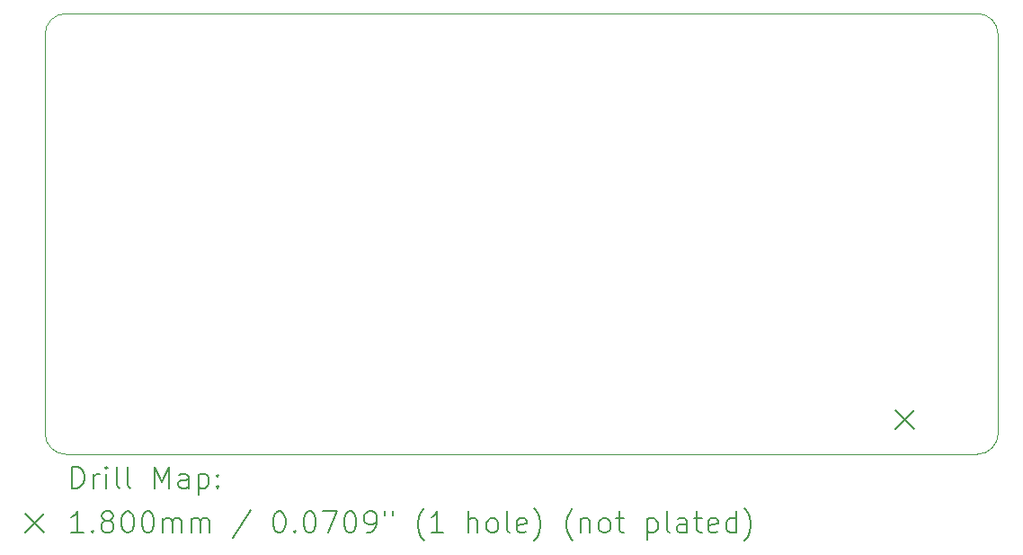
<source format=gbr>
%TF.GenerationSoftware,KiCad,Pcbnew,8.0.1*%
%TF.CreationDate,2024-04-26T21:13:32+08:00*%
%TF.ProjectId,bat_rf,6261745f-7266-42e6-9b69-6361645f7063,rev?*%
%TF.SameCoordinates,Original*%
%TF.FileFunction,Drillmap*%
%TF.FilePolarity,Positive*%
%FSLAX45Y45*%
G04 Gerber Fmt 4.5, Leading zero omitted, Abs format (unit mm)*
G04 Created by KiCad (PCBNEW 8.0.1) date 2024-04-26 21:13:32*
%MOMM*%
%LPD*%
G01*
G04 APERTURE LIST*
%ADD10C,0.100000*%
%ADD11C,0.200000*%
%ADD12C,0.180000*%
G04 APERTURE END LIST*
D10*
X15230084Y-6867500D02*
G75*
G02*
X15430090Y-7067500I-4J-200010D01*
G01*
X15142000Y-11017500D02*
X6652000Y-11017500D01*
X15430084Y-7067500D02*
X15430084Y-10817500D01*
X15230084Y-11017500D02*
X15142000Y-11017500D01*
X6452000Y-10817500D02*
X6452000Y-7067500D01*
X6452000Y-7067500D02*
G75*
G02*
X6652000Y-6867500I200000J0D01*
G01*
X6652000Y-6867500D02*
X15142000Y-6867500D01*
X15142000Y-6867500D02*
X15230084Y-6867500D01*
X6652000Y-11017500D02*
G75*
G02*
X6452000Y-10817500I0J200000D01*
G01*
X15430084Y-10817500D02*
G75*
G02*
X15230084Y-11017494I-199994J0D01*
G01*
D11*
D12*
X14460000Y-10600000D02*
X14640000Y-10780000D01*
X14640000Y-10600000D02*
X14460000Y-10780000D01*
D11*
X6707777Y-11333984D02*
X6707777Y-11133984D01*
X6707777Y-11133984D02*
X6755396Y-11133984D01*
X6755396Y-11133984D02*
X6783967Y-11143508D01*
X6783967Y-11143508D02*
X6803015Y-11162555D01*
X6803015Y-11162555D02*
X6812538Y-11181603D01*
X6812538Y-11181603D02*
X6822062Y-11219698D01*
X6822062Y-11219698D02*
X6822062Y-11248269D01*
X6822062Y-11248269D02*
X6812538Y-11286365D01*
X6812538Y-11286365D02*
X6803015Y-11305412D01*
X6803015Y-11305412D02*
X6783967Y-11324460D01*
X6783967Y-11324460D02*
X6755396Y-11333984D01*
X6755396Y-11333984D02*
X6707777Y-11333984D01*
X6907777Y-11333984D02*
X6907777Y-11200650D01*
X6907777Y-11238746D02*
X6917300Y-11219698D01*
X6917300Y-11219698D02*
X6926824Y-11210174D01*
X6926824Y-11210174D02*
X6945872Y-11200650D01*
X6945872Y-11200650D02*
X6964919Y-11200650D01*
X7031586Y-11333984D02*
X7031586Y-11200650D01*
X7031586Y-11133984D02*
X7022062Y-11143508D01*
X7022062Y-11143508D02*
X7031586Y-11153031D01*
X7031586Y-11153031D02*
X7041110Y-11143508D01*
X7041110Y-11143508D02*
X7031586Y-11133984D01*
X7031586Y-11133984D02*
X7031586Y-11153031D01*
X7155396Y-11333984D02*
X7136348Y-11324460D01*
X7136348Y-11324460D02*
X7126824Y-11305412D01*
X7126824Y-11305412D02*
X7126824Y-11133984D01*
X7260157Y-11333984D02*
X7241110Y-11324460D01*
X7241110Y-11324460D02*
X7231586Y-11305412D01*
X7231586Y-11305412D02*
X7231586Y-11133984D01*
X7488729Y-11333984D02*
X7488729Y-11133984D01*
X7488729Y-11133984D02*
X7555396Y-11276841D01*
X7555396Y-11276841D02*
X7622062Y-11133984D01*
X7622062Y-11133984D02*
X7622062Y-11333984D01*
X7803015Y-11333984D02*
X7803015Y-11229222D01*
X7803015Y-11229222D02*
X7793491Y-11210174D01*
X7793491Y-11210174D02*
X7774443Y-11200650D01*
X7774443Y-11200650D02*
X7736348Y-11200650D01*
X7736348Y-11200650D02*
X7717300Y-11210174D01*
X7803015Y-11324460D02*
X7783967Y-11333984D01*
X7783967Y-11333984D02*
X7736348Y-11333984D01*
X7736348Y-11333984D02*
X7717300Y-11324460D01*
X7717300Y-11324460D02*
X7707777Y-11305412D01*
X7707777Y-11305412D02*
X7707777Y-11286365D01*
X7707777Y-11286365D02*
X7717300Y-11267317D01*
X7717300Y-11267317D02*
X7736348Y-11257793D01*
X7736348Y-11257793D02*
X7783967Y-11257793D01*
X7783967Y-11257793D02*
X7803015Y-11248269D01*
X7898253Y-11200650D02*
X7898253Y-11400650D01*
X7898253Y-11210174D02*
X7917300Y-11200650D01*
X7917300Y-11200650D02*
X7955396Y-11200650D01*
X7955396Y-11200650D02*
X7974443Y-11210174D01*
X7974443Y-11210174D02*
X7983967Y-11219698D01*
X7983967Y-11219698D02*
X7993491Y-11238746D01*
X7993491Y-11238746D02*
X7993491Y-11295888D01*
X7993491Y-11295888D02*
X7983967Y-11314936D01*
X7983967Y-11314936D02*
X7974443Y-11324460D01*
X7974443Y-11324460D02*
X7955396Y-11333984D01*
X7955396Y-11333984D02*
X7917300Y-11333984D01*
X7917300Y-11333984D02*
X7898253Y-11324460D01*
X8079205Y-11314936D02*
X8088729Y-11324460D01*
X8088729Y-11324460D02*
X8079205Y-11333984D01*
X8079205Y-11333984D02*
X8069681Y-11324460D01*
X8069681Y-11324460D02*
X8079205Y-11314936D01*
X8079205Y-11314936D02*
X8079205Y-11333984D01*
X8079205Y-11210174D02*
X8088729Y-11219698D01*
X8088729Y-11219698D02*
X8079205Y-11229222D01*
X8079205Y-11229222D02*
X8069681Y-11219698D01*
X8069681Y-11219698D02*
X8079205Y-11210174D01*
X8079205Y-11210174D02*
X8079205Y-11229222D01*
D12*
X6267000Y-11572500D02*
X6447000Y-11752500D01*
X6447000Y-11572500D02*
X6267000Y-11752500D01*
D11*
X6812538Y-11753984D02*
X6698253Y-11753984D01*
X6755396Y-11753984D02*
X6755396Y-11553984D01*
X6755396Y-11553984D02*
X6736348Y-11582555D01*
X6736348Y-11582555D02*
X6717300Y-11601603D01*
X6717300Y-11601603D02*
X6698253Y-11611127D01*
X6898253Y-11734936D02*
X6907777Y-11744460D01*
X6907777Y-11744460D02*
X6898253Y-11753984D01*
X6898253Y-11753984D02*
X6888729Y-11744460D01*
X6888729Y-11744460D02*
X6898253Y-11734936D01*
X6898253Y-11734936D02*
X6898253Y-11753984D01*
X7022062Y-11639698D02*
X7003015Y-11630174D01*
X7003015Y-11630174D02*
X6993491Y-11620650D01*
X6993491Y-11620650D02*
X6983967Y-11601603D01*
X6983967Y-11601603D02*
X6983967Y-11592079D01*
X6983967Y-11592079D02*
X6993491Y-11573031D01*
X6993491Y-11573031D02*
X7003015Y-11563508D01*
X7003015Y-11563508D02*
X7022062Y-11553984D01*
X7022062Y-11553984D02*
X7060158Y-11553984D01*
X7060158Y-11553984D02*
X7079205Y-11563508D01*
X7079205Y-11563508D02*
X7088729Y-11573031D01*
X7088729Y-11573031D02*
X7098253Y-11592079D01*
X7098253Y-11592079D02*
X7098253Y-11601603D01*
X7098253Y-11601603D02*
X7088729Y-11620650D01*
X7088729Y-11620650D02*
X7079205Y-11630174D01*
X7079205Y-11630174D02*
X7060158Y-11639698D01*
X7060158Y-11639698D02*
X7022062Y-11639698D01*
X7022062Y-11639698D02*
X7003015Y-11649222D01*
X7003015Y-11649222D02*
X6993491Y-11658746D01*
X6993491Y-11658746D02*
X6983967Y-11677793D01*
X6983967Y-11677793D02*
X6983967Y-11715888D01*
X6983967Y-11715888D02*
X6993491Y-11734936D01*
X6993491Y-11734936D02*
X7003015Y-11744460D01*
X7003015Y-11744460D02*
X7022062Y-11753984D01*
X7022062Y-11753984D02*
X7060158Y-11753984D01*
X7060158Y-11753984D02*
X7079205Y-11744460D01*
X7079205Y-11744460D02*
X7088729Y-11734936D01*
X7088729Y-11734936D02*
X7098253Y-11715888D01*
X7098253Y-11715888D02*
X7098253Y-11677793D01*
X7098253Y-11677793D02*
X7088729Y-11658746D01*
X7088729Y-11658746D02*
X7079205Y-11649222D01*
X7079205Y-11649222D02*
X7060158Y-11639698D01*
X7222062Y-11553984D02*
X7241110Y-11553984D01*
X7241110Y-11553984D02*
X7260158Y-11563508D01*
X7260158Y-11563508D02*
X7269681Y-11573031D01*
X7269681Y-11573031D02*
X7279205Y-11592079D01*
X7279205Y-11592079D02*
X7288729Y-11630174D01*
X7288729Y-11630174D02*
X7288729Y-11677793D01*
X7288729Y-11677793D02*
X7279205Y-11715888D01*
X7279205Y-11715888D02*
X7269681Y-11734936D01*
X7269681Y-11734936D02*
X7260158Y-11744460D01*
X7260158Y-11744460D02*
X7241110Y-11753984D01*
X7241110Y-11753984D02*
X7222062Y-11753984D01*
X7222062Y-11753984D02*
X7203015Y-11744460D01*
X7203015Y-11744460D02*
X7193491Y-11734936D01*
X7193491Y-11734936D02*
X7183967Y-11715888D01*
X7183967Y-11715888D02*
X7174443Y-11677793D01*
X7174443Y-11677793D02*
X7174443Y-11630174D01*
X7174443Y-11630174D02*
X7183967Y-11592079D01*
X7183967Y-11592079D02*
X7193491Y-11573031D01*
X7193491Y-11573031D02*
X7203015Y-11563508D01*
X7203015Y-11563508D02*
X7222062Y-11553984D01*
X7412538Y-11553984D02*
X7431586Y-11553984D01*
X7431586Y-11553984D02*
X7450634Y-11563508D01*
X7450634Y-11563508D02*
X7460158Y-11573031D01*
X7460158Y-11573031D02*
X7469681Y-11592079D01*
X7469681Y-11592079D02*
X7479205Y-11630174D01*
X7479205Y-11630174D02*
X7479205Y-11677793D01*
X7479205Y-11677793D02*
X7469681Y-11715888D01*
X7469681Y-11715888D02*
X7460158Y-11734936D01*
X7460158Y-11734936D02*
X7450634Y-11744460D01*
X7450634Y-11744460D02*
X7431586Y-11753984D01*
X7431586Y-11753984D02*
X7412538Y-11753984D01*
X7412538Y-11753984D02*
X7393491Y-11744460D01*
X7393491Y-11744460D02*
X7383967Y-11734936D01*
X7383967Y-11734936D02*
X7374443Y-11715888D01*
X7374443Y-11715888D02*
X7364919Y-11677793D01*
X7364919Y-11677793D02*
X7364919Y-11630174D01*
X7364919Y-11630174D02*
X7374443Y-11592079D01*
X7374443Y-11592079D02*
X7383967Y-11573031D01*
X7383967Y-11573031D02*
X7393491Y-11563508D01*
X7393491Y-11563508D02*
X7412538Y-11553984D01*
X7564919Y-11753984D02*
X7564919Y-11620650D01*
X7564919Y-11639698D02*
X7574443Y-11630174D01*
X7574443Y-11630174D02*
X7593491Y-11620650D01*
X7593491Y-11620650D02*
X7622062Y-11620650D01*
X7622062Y-11620650D02*
X7641110Y-11630174D01*
X7641110Y-11630174D02*
X7650634Y-11649222D01*
X7650634Y-11649222D02*
X7650634Y-11753984D01*
X7650634Y-11649222D02*
X7660158Y-11630174D01*
X7660158Y-11630174D02*
X7679205Y-11620650D01*
X7679205Y-11620650D02*
X7707777Y-11620650D01*
X7707777Y-11620650D02*
X7726824Y-11630174D01*
X7726824Y-11630174D02*
X7736348Y-11649222D01*
X7736348Y-11649222D02*
X7736348Y-11753984D01*
X7831586Y-11753984D02*
X7831586Y-11620650D01*
X7831586Y-11639698D02*
X7841110Y-11630174D01*
X7841110Y-11630174D02*
X7860158Y-11620650D01*
X7860158Y-11620650D02*
X7888729Y-11620650D01*
X7888729Y-11620650D02*
X7907777Y-11630174D01*
X7907777Y-11630174D02*
X7917300Y-11649222D01*
X7917300Y-11649222D02*
X7917300Y-11753984D01*
X7917300Y-11649222D02*
X7926824Y-11630174D01*
X7926824Y-11630174D02*
X7945872Y-11620650D01*
X7945872Y-11620650D02*
X7974443Y-11620650D01*
X7974443Y-11620650D02*
X7993491Y-11630174D01*
X7993491Y-11630174D02*
X8003015Y-11649222D01*
X8003015Y-11649222D02*
X8003015Y-11753984D01*
X8393491Y-11544460D02*
X8222062Y-11801603D01*
X8650634Y-11553984D02*
X8669682Y-11553984D01*
X8669682Y-11553984D02*
X8688729Y-11563508D01*
X8688729Y-11563508D02*
X8698253Y-11573031D01*
X8698253Y-11573031D02*
X8707777Y-11592079D01*
X8707777Y-11592079D02*
X8717301Y-11630174D01*
X8717301Y-11630174D02*
X8717301Y-11677793D01*
X8717301Y-11677793D02*
X8707777Y-11715888D01*
X8707777Y-11715888D02*
X8698253Y-11734936D01*
X8698253Y-11734936D02*
X8688729Y-11744460D01*
X8688729Y-11744460D02*
X8669682Y-11753984D01*
X8669682Y-11753984D02*
X8650634Y-11753984D01*
X8650634Y-11753984D02*
X8631586Y-11744460D01*
X8631586Y-11744460D02*
X8622063Y-11734936D01*
X8622063Y-11734936D02*
X8612539Y-11715888D01*
X8612539Y-11715888D02*
X8603015Y-11677793D01*
X8603015Y-11677793D02*
X8603015Y-11630174D01*
X8603015Y-11630174D02*
X8612539Y-11592079D01*
X8612539Y-11592079D02*
X8622063Y-11573031D01*
X8622063Y-11573031D02*
X8631586Y-11563508D01*
X8631586Y-11563508D02*
X8650634Y-11553984D01*
X8803015Y-11734936D02*
X8812539Y-11744460D01*
X8812539Y-11744460D02*
X8803015Y-11753984D01*
X8803015Y-11753984D02*
X8793491Y-11744460D01*
X8793491Y-11744460D02*
X8803015Y-11734936D01*
X8803015Y-11734936D02*
X8803015Y-11753984D01*
X8936348Y-11553984D02*
X8955396Y-11553984D01*
X8955396Y-11553984D02*
X8974444Y-11563508D01*
X8974444Y-11563508D02*
X8983967Y-11573031D01*
X8983967Y-11573031D02*
X8993491Y-11592079D01*
X8993491Y-11592079D02*
X9003015Y-11630174D01*
X9003015Y-11630174D02*
X9003015Y-11677793D01*
X9003015Y-11677793D02*
X8993491Y-11715888D01*
X8993491Y-11715888D02*
X8983967Y-11734936D01*
X8983967Y-11734936D02*
X8974444Y-11744460D01*
X8974444Y-11744460D02*
X8955396Y-11753984D01*
X8955396Y-11753984D02*
X8936348Y-11753984D01*
X8936348Y-11753984D02*
X8917301Y-11744460D01*
X8917301Y-11744460D02*
X8907777Y-11734936D01*
X8907777Y-11734936D02*
X8898253Y-11715888D01*
X8898253Y-11715888D02*
X8888729Y-11677793D01*
X8888729Y-11677793D02*
X8888729Y-11630174D01*
X8888729Y-11630174D02*
X8898253Y-11592079D01*
X8898253Y-11592079D02*
X8907777Y-11573031D01*
X8907777Y-11573031D02*
X8917301Y-11563508D01*
X8917301Y-11563508D02*
X8936348Y-11553984D01*
X9069682Y-11553984D02*
X9203015Y-11553984D01*
X9203015Y-11553984D02*
X9117301Y-11753984D01*
X9317301Y-11553984D02*
X9336348Y-11553984D01*
X9336348Y-11553984D02*
X9355396Y-11563508D01*
X9355396Y-11563508D02*
X9364920Y-11573031D01*
X9364920Y-11573031D02*
X9374444Y-11592079D01*
X9374444Y-11592079D02*
X9383967Y-11630174D01*
X9383967Y-11630174D02*
X9383967Y-11677793D01*
X9383967Y-11677793D02*
X9374444Y-11715888D01*
X9374444Y-11715888D02*
X9364920Y-11734936D01*
X9364920Y-11734936D02*
X9355396Y-11744460D01*
X9355396Y-11744460D02*
X9336348Y-11753984D01*
X9336348Y-11753984D02*
X9317301Y-11753984D01*
X9317301Y-11753984D02*
X9298253Y-11744460D01*
X9298253Y-11744460D02*
X9288729Y-11734936D01*
X9288729Y-11734936D02*
X9279205Y-11715888D01*
X9279205Y-11715888D02*
X9269682Y-11677793D01*
X9269682Y-11677793D02*
X9269682Y-11630174D01*
X9269682Y-11630174D02*
X9279205Y-11592079D01*
X9279205Y-11592079D02*
X9288729Y-11573031D01*
X9288729Y-11573031D02*
X9298253Y-11563508D01*
X9298253Y-11563508D02*
X9317301Y-11553984D01*
X9479205Y-11753984D02*
X9517301Y-11753984D01*
X9517301Y-11753984D02*
X9536348Y-11744460D01*
X9536348Y-11744460D02*
X9545872Y-11734936D01*
X9545872Y-11734936D02*
X9564920Y-11706365D01*
X9564920Y-11706365D02*
X9574444Y-11668269D01*
X9574444Y-11668269D02*
X9574444Y-11592079D01*
X9574444Y-11592079D02*
X9564920Y-11573031D01*
X9564920Y-11573031D02*
X9555396Y-11563508D01*
X9555396Y-11563508D02*
X9536348Y-11553984D01*
X9536348Y-11553984D02*
X9498253Y-11553984D01*
X9498253Y-11553984D02*
X9479205Y-11563508D01*
X9479205Y-11563508D02*
X9469682Y-11573031D01*
X9469682Y-11573031D02*
X9460158Y-11592079D01*
X9460158Y-11592079D02*
X9460158Y-11639698D01*
X9460158Y-11639698D02*
X9469682Y-11658746D01*
X9469682Y-11658746D02*
X9479205Y-11668269D01*
X9479205Y-11668269D02*
X9498253Y-11677793D01*
X9498253Y-11677793D02*
X9536348Y-11677793D01*
X9536348Y-11677793D02*
X9555396Y-11668269D01*
X9555396Y-11668269D02*
X9564920Y-11658746D01*
X9564920Y-11658746D02*
X9574444Y-11639698D01*
X9650634Y-11553984D02*
X9650634Y-11592079D01*
X9726825Y-11553984D02*
X9726825Y-11592079D01*
X10022063Y-11830174D02*
X10012539Y-11820650D01*
X10012539Y-11820650D02*
X9993491Y-11792079D01*
X9993491Y-11792079D02*
X9983967Y-11773031D01*
X9983967Y-11773031D02*
X9974444Y-11744460D01*
X9974444Y-11744460D02*
X9964920Y-11696841D01*
X9964920Y-11696841D02*
X9964920Y-11658746D01*
X9964920Y-11658746D02*
X9974444Y-11611127D01*
X9974444Y-11611127D02*
X9983967Y-11582555D01*
X9983967Y-11582555D02*
X9993491Y-11563508D01*
X9993491Y-11563508D02*
X10012539Y-11534936D01*
X10012539Y-11534936D02*
X10022063Y-11525412D01*
X10203015Y-11753984D02*
X10088729Y-11753984D01*
X10145872Y-11753984D02*
X10145872Y-11553984D01*
X10145872Y-11553984D02*
X10126825Y-11582555D01*
X10126825Y-11582555D02*
X10107777Y-11601603D01*
X10107777Y-11601603D02*
X10088729Y-11611127D01*
X10441110Y-11753984D02*
X10441110Y-11553984D01*
X10526825Y-11753984D02*
X10526825Y-11649222D01*
X10526825Y-11649222D02*
X10517301Y-11630174D01*
X10517301Y-11630174D02*
X10498253Y-11620650D01*
X10498253Y-11620650D02*
X10469682Y-11620650D01*
X10469682Y-11620650D02*
X10450634Y-11630174D01*
X10450634Y-11630174D02*
X10441110Y-11639698D01*
X10650634Y-11753984D02*
X10631587Y-11744460D01*
X10631587Y-11744460D02*
X10622063Y-11734936D01*
X10622063Y-11734936D02*
X10612539Y-11715888D01*
X10612539Y-11715888D02*
X10612539Y-11658746D01*
X10612539Y-11658746D02*
X10622063Y-11639698D01*
X10622063Y-11639698D02*
X10631587Y-11630174D01*
X10631587Y-11630174D02*
X10650634Y-11620650D01*
X10650634Y-11620650D02*
X10679206Y-11620650D01*
X10679206Y-11620650D02*
X10698253Y-11630174D01*
X10698253Y-11630174D02*
X10707777Y-11639698D01*
X10707777Y-11639698D02*
X10717301Y-11658746D01*
X10717301Y-11658746D02*
X10717301Y-11715888D01*
X10717301Y-11715888D02*
X10707777Y-11734936D01*
X10707777Y-11734936D02*
X10698253Y-11744460D01*
X10698253Y-11744460D02*
X10679206Y-11753984D01*
X10679206Y-11753984D02*
X10650634Y-11753984D01*
X10831587Y-11753984D02*
X10812539Y-11744460D01*
X10812539Y-11744460D02*
X10803015Y-11725412D01*
X10803015Y-11725412D02*
X10803015Y-11553984D01*
X10983968Y-11744460D02*
X10964920Y-11753984D01*
X10964920Y-11753984D02*
X10926825Y-11753984D01*
X10926825Y-11753984D02*
X10907777Y-11744460D01*
X10907777Y-11744460D02*
X10898253Y-11725412D01*
X10898253Y-11725412D02*
X10898253Y-11649222D01*
X10898253Y-11649222D02*
X10907777Y-11630174D01*
X10907777Y-11630174D02*
X10926825Y-11620650D01*
X10926825Y-11620650D02*
X10964920Y-11620650D01*
X10964920Y-11620650D02*
X10983968Y-11630174D01*
X10983968Y-11630174D02*
X10993491Y-11649222D01*
X10993491Y-11649222D02*
X10993491Y-11668269D01*
X10993491Y-11668269D02*
X10898253Y-11687317D01*
X11060158Y-11830174D02*
X11069682Y-11820650D01*
X11069682Y-11820650D02*
X11088729Y-11792079D01*
X11088729Y-11792079D02*
X11098253Y-11773031D01*
X11098253Y-11773031D02*
X11107777Y-11744460D01*
X11107777Y-11744460D02*
X11117301Y-11696841D01*
X11117301Y-11696841D02*
X11117301Y-11658746D01*
X11117301Y-11658746D02*
X11107777Y-11611127D01*
X11107777Y-11611127D02*
X11098253Y-11582555D01*
X11098253Y-11582555D02*
X11088729Y-11563508D01*
X11088729Y-11563508D02*
X11069682Y-11534936D01*
X11069682Y-11534936D02*
X11060158Y-11525412D01*
X11422063Y-11830174D02*
X11412539Y-11820650D01*
X11412539Y-11820650D02*
X11393491Y-11792079D01*
X11393491Y-11792079D02*
X11383967Y-11773031D01*
X11383967Y-11773031D02*
X11374444Y-11744460D01*
X11374444Y-11744460D02*
X11364920Y-11696841D01*
X11364920Y-11696841D02*
X11364920Y-11658746D01*
X11364920Y-11658746D02*
X11374444Y-11611127D01*
X11374444Y-11611127D02*
X11383967Y-11582555D01*
X11383967Y-11582555D02*
X11393491Y-11563508D01*
X11393491Y-11563508D02*
X11412539Y-11534936D01*
X11412539Y-11534936D02*
X11422063Y-11525412D01*
X11498253Y-11620650D02*
X11498253Y-11753984D01*
X11498253Y-11639698D02*
X11507777Y-11630174D01*
X11507777Y-11630174D02*
X11526825Y-11620650D01*
X11526825Y-11620650D02*
X11555396Y-11620650D01*
X11555396Y-11620650D02*
X11574444Y-11630174D01*
X11574444Y-11630174D02*
X11583967Y-11649222D01*
X11583967Y-11649222D02*
X11583967Y-11753984D01*
X11707777Y-11753984D02*
X11688729Y-11744460D01*
X11688729Y-11744460D02*
X11679206Y-11734936D01*
X11679206Y-11734936D02*
X11669682Y-11715888D01*
X11669682Y-11715888D02*
X11669682Y-11658746D01*
X11669682Y-11658746D02*
X11679206Y-11639698D01*
X11679206Y-11639698D02*
X11688729Y-11630174D01*
X11688729Y-11630174D02*
X11707777Y-11620650D01*
X11707777Y-11620650D02*
X11736348Y-11620650D01*
X11736348Y-11620650D02*
X11755396Y-11630174D01*
X11755396Y-11630174D02*
X11764920Y-11639698D01*
X11764920Y-11639698D02*
X11774444Y-11658746D01*
X11774444Y-11658746D02*
X11774444Y-11715888D01*
X11774444Y-11715888D02*
X11764920Y-11734936D01*
X11764920Y-11734936D02*
X11755396Y-11744460D01*
X11755396Y-11744460D02*
X11736348Y-11753984D01*
X11736348Y-11753984D02*
X11707777Y-11753984D01*
X11831587Y-11620650D02*
X11907777Y-11620650D01*
X11860158Y-11553984D02*
X11860158Y-11725412D01*
X11860158Y-11725412D02*
X11869682Y-11744460D01*
X11869682Y-11744460D02*
X11888729Y-11753984D01*
X11888729Y-11753984D02*
X11907777Y-11753984D01*
X12126825Y-11620650D02*
X12126825Y-11820650D01*
X12126825Y-11630174D02*
X12145872Y-11620650D01*
X12145872Y-11620650D02*
X12183968Y-11620650D01*
X12183968Y-11620650D02*
X12203015Y-11630174D01*
X12203015Y-11630174D02*
X12212539Y-11639698D01*
X12212539Y-11639698D02*
X12222063Y-11658746D01*
X12222063Y-11658746D02*
X12222063Y-11715888D01*
X12222063Y-11715888D02*
X12212539Y-11734936D01*
X12212539Y-11734936D02*
X12203015Y-11744460D01*
X12203015Y-11744460D02*
X12183968Y-11753984D01*
X12183968Y-11753984D02*
X12145872Y-11753984D01*
X12145872Y-11753984D02*
X12126825Y-11744460D01*
X12336348Y-11753984D02*
X12317301Y-11744460D01*
X12317301Y-11744460D02*
X12307777Y-11725412D01*
X12307777Y-11725412D02*
X12307777Y-11553984D01*
X12498253Y-11753984D02*
X12498253Y-11649222D01*
X12498253Y-11649222D02*
X12488729Y-11630174D01*
X12488729Y-11630174D02*
X12469682Y-11620650D01*
X12469682Y-11620650D02*
X12431587Y-11620650D01*
X12431587Y-11620650D02*
X12412539Y-11630174D01*
X12498253Y-11744460D02*
X12479206Y-11753984D01*
X12479206Y-11753984D02*
X12431587Y-11753984D01*
X12431587Y-11753984D02*
X12412539Y-11744460D01*
X12412539Y-11744460D02*
X12403015Y-11725412D01*
X12403015Y-11725412D02*
X12403015Y-11706365D01*
X12403015Y-11706365D02*
X12412539Y-11687317D01*
X12412539Y-11687317D02*
X12431587Y-11677793D01*
X12431587Y-11677793D02*
X12479206Y-11677793D01*
X12479206Y-11677793D02*
X12498253Y-11668269D01*
X12564920Y-11620650D02*
X12641110Y-11620650D01*
X12593491Y-11553984D02*
X12593491Y-11725412D01*
X12593491Y-11725412D02*
X12603015Y-11744460D01*
X12603015Y-11744460D02*
X12622063Y-11753984D01*
X12622063Y-11753984D02*
X12641110Y-11753984D01*
X12783968Y-11744460D02*
X12764920Y-11753984D01*
X12764920Y-11753984D02*
X12726825Y-11753984D01*
X12726825Y-11753984D02*
X12707777Y-11744460D01*
X12707777Y-11744460D02*
X12698253Y-11725412D01*
X12698253Y-11725412D02*
X12698253Y-11649222D01*
X12698253Y-11649222D02*
X12707777Y-11630174D01*
X12707777Y-11630174D02*
X12726825Y-11620650D01*
X12726825Y-11620650D02*
X12764920Y-11620650D01*
X12764920Y-11620650D02*
X12783968Y-11630174D01*
X12783968Y-11630174D02*
X12793491Y-11649222D01*
X12793491Y-11649222D02*
X12793491Y-11668269D01*
X12793491Y-11668269D02*
X12698253Y-11687317D01*
X12964920Y-11753984D02*
X12964920Y-11553984D01*
X12964920Y-11744460D02*
X12945872Y-11753984D01*
X12945872Y-11753984D02*
X12907777Y-11753984D01*
X12907777Y-11753984D02*
X12888729Y-11744460D01*
X12888729Y-11744460D02*
X12879206Y-11734936D01*
X12879206Y-11734936D02*
X12869682Y-11715888D01*
X12869682Y-11715888D02*
X12869682Y-11658746D01*
X12869682Y-11658746D02*
X12879206Y-11639698D01*
X12879206Y-11639698D02*
X12888729Y-11630174D01*
X12888729Y-11630174D02*
X12907777Y-11620650D01*
X12907777Y-11620650D02*
X12945872Y-11620650D01*
X12945872Y-11620650D02*
X12964920Y-11630174D01*
X13041110Y-11830174D02*
X13050634Y-11820650D01*
X13050634Y-11820650D02*
X13069682Y-11792079D01*
X13069682Y-11792079D02*
X13079206Y-11773031D01*
X13079206Y-11773031D02*
X13088729Y-11744460D01*
X13088729Y-11744460D02*
X13098253Y-11696841D01*
X13098253Y-11696841D02*
X13098253Y-11658746D01*
X13098253Y-11658746D02*
X13088729Y-11611127D01*
X13088729Y-11611127D02*
X13079206Y-11582555D01*
X13079206Y-11582555D02*
X13069682Y-11563508D01*
X13069682Y-11563508D02*
X13050634Y-11534936D01*
X13050634Y-11534936D02*
X13041110Y-11525412D01*
M02*

</source>
